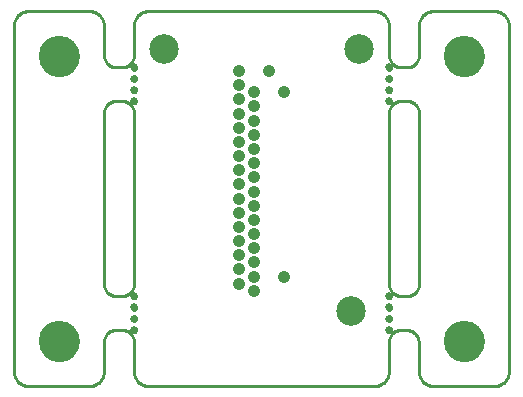
<source format=gbr>
G04 EAGLE Gerber RS-274X export*
G75*
%MOIN*%
%FSLAX34Y34*%
%LPD*%
%INSoldermask Bottom*%
%IPPOS*%
%AMOC8*
5,1,8,0,0,1.08239X$1,22.5*%
G01*
%ADD10C,0.025000*%
%ADD11C,0.135000*%
%ADD12C,0.098425*%
%ADD13C,0.042000*%
%ADD14C,0.010000*%


D10*
X4500Y-8625D03*
X4500Y-7500D03*
X4500Y-7875D03*
X4500Y-8250D03*
D11*
X7000Y-9000D03*
D10*
X4500Y-1000D03*
X4500Y125D03*
X4500Y-250D03*
X4500Y-625D03*
X-4000Y-1000D03*
X-4000Y125D03*
X-4000Y-250D03*
X-4000Y-625D03*
X-4000Y-8625D03*
X-4000Y-7500D03*
X-4000Y-7875D03*
X-4000Y-8250D03*
D11*
X7000Y500D03*
X-6500Y500D03*
X-6500Y-9000D03*
D12*
X3500Y750D03*
X3250Y-8000D03*
D13*
X-500Y-1890D03*
X-500Y-2362D03*
X-500Y-3780D03*
X-500Y-4252D03*
X-500Y-6614D03*
X-500Y-7087D03*
X0Y-3071D03*
X0Y-2598D03*
X0Y-7323D03*
X0Y-6850D03*
X0Y-6378D03*
X-500Y-5669D03*
X-500Y-6142D03*
X1000Y-6850D03*
X500Y0D03*
X0Y-2126D03*
X0Y-1654D03*
X0Y-1181D03*
X0Y-709D03*
X0Y-5906D03*
X0Y-5433D03*
X0Y-4961D03*
X0Y-4488D03*
X0Y-4016D03*
X0Y-3543D03*
X1000Y-709D03*
X-500Y0D03*
X-500Y-472D03*
X-500Y-945D03*
X-500Y-1417D03*
X-500Y-2835D03*
X-500Y-3307D03*
X-500Y-4724D03*
X-500Y-5197D03*
D12*
X-3000Y750D03*
D14*
X-8000Y-10000D02*
X-7998Y-10044D01*
X-7992Y-10087D01*
X-7983Y-10129D01*
X-7970Y-10171D01*
X-7953Y-10211D01*
X-7933Y-10250D01*
X-7910Y-10287D01*
X-7883Y-10321D01*
X-7854Y-10354D01*
X-7821Y-10383D01*
X-7787Y-10410D01*
X-7750Y-10433D01*
X-7711Y-10453D01*
X-7671Y-10470D01*
X-7629Y-10483D01*
X-7587Y-10492D01*
X-7544Y-10498D01*
X-7500Y-10500D01*
X-5500Y-10500D01*
X-5456Y-10498D01*
X-5413Y-10492D01*
X-5371Y-10483D01*
X-5329Y-10470D01*
X-5289Y-10453D01*
X-5250Y-10433D01*
X-5213Y-10410D01*
X-5179Y-10383D01*
X-5146Y-10354D01*
X-5117Y-10321D01*
X-5090Y-10287D01*
X-5067Y-10250D01*
X-5047Y-10211D01*
X-5030Y-10171D01*
X-5017Y-10129D01*
X-5008Y-10087D01*
X-5002Y-10044D01*
X-5000Y-10000D01*
X-5000Y-9025D01*
X-4998Y-8990D01*
X-4994Y-8956D01*
X-4986Y-8921D01*
X-4976Y-8888D01*
X-4963Y-8856D01*
X-4946Y-8825D01*
X-4928Y-8796D01*
X-4906Y-8768D01*
X-4883Y-8742D01*
X-4857Y-8719D01*
X-4829Y-8697D01*
X-4800Y-8679D01*
X-4769Y-8662D01*
X-4737Y-8649D01*
X-4704Y-8639D01*
X-4669Y-8631D01*
X-4635Y-8627D01*
X-4600Y-8625D01*
X-4400Y-8625D01*
X-4365Y-8627D01*
X-4331Y-8631D01*
X-4296Y-8639D01*
X-4263Y-8649D01*
X-4231Y-8662D01*
X-4200Y-8679D01*
X-4171Y-8697D01*
X-4143Y-8719D01*
X-4117Y-8742D01*
X-4094Y-8768D01*
X-4072Y-8796D01*
X-4054Y-8825D01*
X-4037Y-8856D01*
X-4024Y-8888D01*
X-4014Y-8921D01*
X-4006Y-8956D01*
X-4002Y-8990D01*
X-4000Y-9025D01*
X-4000Y-10000D01*
X-3998Y-10044D01*
X-3992Y-10087D01*
X-3983Y-10129D01*
X-3970Y-10171D01*
X-3953Y-10211D01*
X-3933Y-10250D01*
X-3910Y-10287D01*
X-3883Y-10321D01*
X-3854Y-10354D01*
X-3821Y-10383D01*
X-3787Y-10410D01*
X-3750Y-10433D01*
X-3711Y-10453D01*
X-3671Y-10470D01*
X-3629Y-10483D01*
X-3587Y-10492D01*
X-3544Y-10498D01*
X-3500Y-10500D01*
X4000Y-10500D01*
X4044Y-10498D01*
X4087Y-10492D01*
X4129Y-10483D01*
X4171Y-10470D01*
X4211Y-10453D01*
X4250Y-10433D01*
X4287Y-10410D01*
X4321Y-10383D01*
X4354Y-10354D01*
X4383Y-10321D01*
X4410Y-10287D01*
X4433Y-10250D01*
X4453Y-10211D01*
X4470Y-10171D01*
X4483Y-10129D01*
X4492Y-10087D01*
X4498Y-10044D01*
X4500Y-10000D01*
X4500Y-9025D01*
X4502Y-8990D01*
X4506Y-8956D01*
X4514Y-8921D01*
X4524Y-8888D01*
X4537Y-8856D01*
X4554Y-8825D01*
X4572Y-8796D01*
X4594Y-8768D01*
X4617Y-8742D01*
X4643Y-8719D01*
X4671Y-8697D01*
X4700Y-8679D01*
X4731Y-8662D01*
X4763Y-8649D01*
X4796Y-8639D01*
X4831Y-8631D01*
X4865Y-8627D01*
X4900Y-8625D01*
X5100Y-8625D01*
X5140Y-8632D01*
X5179Y-8643D01*
X5218Y-8657D01*
X5254Y-8674D01*
X5290Y-8695D01*
X5323Y-8718D01*
X5354Y-8744D01*
X5383Y-8773D01*
X5409Y-8805D01*
X5432Y-8838D01*
X5452Y-8873D01*
X5469Y-8910D01*
X5483Y-8949D01*
X5493Y-8988D01*
X5500Y-9028D01*
X5504Y-9069D01*
X5504Y-9109D01*
X5500Y-9150D01*
X5500Y-10000D01*
X5502Y-10044D01*
X5508Y-10087D01*
X5517Y-10129D01*
X5530Y-10171D01*
X5547Y-10211D01*
X5567Y-10250D01*
X5590Y-10287D01*
X5617Y-10321D01*
X5646Y-10354D01*
X5679Y-10383D01*
X5713Y-10410D01*
X5750Y-10433D01*
X5789Y-10453D01*
X5829Y-10470D01*
X5871Y-10483D01*
X5913Y-10492D01*
X5956Y-10498D01*
X6000Y-10500D01*
X8000Y-10500D01*
X8044Y-10498D01*
X8087Y-10492D01*
X8129Y-10483D01*
X8171Y-10470D01*
X8211Y-10453D01*
X8250Y-10433D01*
X8287Y-10410D01*
X8321Y-10383D01*
X8354Y-10354D01*
X8383Y-10321D01*
X8410Y-10287D01*
X8433Y-10250D01*
X8453Y-10211D01*
X8470Y-10171D01*
X8483Y-10129D01*
X8492Y-10087D01*
X8498Y-10044D01*
X8500Y-10000D01*
X8500Y1500D01*
X8498Y1544D01*
X8492Y1587D01*
X8483Y1629D01*
X8470Y1671D01*
X8453Y1711D01*
X8433Y1750D01*
X8410Y1787D01*
X8383Y1821D01*
X8354Y1854D01*
X8321Y1883D01*
X8287Y1910D01*
X8250Y1933D01*
X8211Y1953D01*
X8171Y1970D01*
X8129Y1983D01*
X8087Y1992D01*
X8044Y1998D01*
X8000Y2000D01*
X6000Y2000D01*
X5956Y1998D01*
X5913Y1992D01*
X5871Y1983D01*
X5829Y1970D01*
X5789Y1953D01*
X5750Y1933D01*
X5713Y1910D01*
X5679Y1883D01*
X5646Y1854D01*
X5617Y1821D01*
X5590Y1787D01*
X5567Y1750D01*
X5547Y1711D01*
X5530Y1671D01*
X5517Y1629D01*
X5508Y1587D01*
X5502Y1544D01*
X5500Y1500D01*
X5500Y525D01*
X5498Y490D01*
X5494Y456D01*
X5486Y421D01*
X5476Y388D01*
X5463Y356D01*
X5446Y325D01*
X5428Y296D01*
X5406Y268D01*
X5383Y242D01*
X5357Y219D01*
X5329Y197D01*
X5300Y179D01*
X5269Y162D01*
X5237Y149D01*
X5204Y139D01*
X5169Y131D01*
X5135Y127D01*
X5100Y125D01*
X4900Y125D01*
X4865Y127D01*
X4831Y131D01*
X4796Y139D01*
X4763Y149D01*
X4731Y162D01*
X4700Y179D01*
X4671Y197D01*
X4643Y219D01*
X4617Y242D01*
X4594Y268D01*
X4572Y296D01*
X4554Y325D01*
X4537Y356D01*
X4524Y388D01*
X4514Y421D01*
X4506Y456D01*
X4502Y490D01*
X4500Y525D01*
X4500Y1500D01*
X4498Y1544D01*
X4492Y1587D01*
X4483Y1629D01*
X4470Y1671D01*
X4453Y1711D01*
X4433Y1750D01*
X4410Y1787D01*
X4383Y1821D01*
X4354Y1854D01*
X4321Y1883D01*
X4287Y1910D01*
X4250Y1933D01*
X4211Y1953D01*
X4171Y1970D01*
X4129Y1983D01*
X4087Y1992D01*
X4044Y1998D01*
X4000Y2000D01*
X-3500Y2000D01*
X-3544Y1998D01*
X-3587Y1992D01*
X-3629Y1983D01*
X-3671Y1970D01*
X-3711Y1953D01*
X-3750Y1933D01*
X-3787Y1910D01*
X-3821Y1883D01*
X-3854Y1854D01*
X-3883Y1821D01*
X-3910Y1787D01*
X-3933Y1750D01*
X-3953Y1711D01*
X-3970Y1671D01*
X-3983Y1629D01*
X-3992Y1587D01*
X-3998Y1544D01*
X-4000Y1500D01*
X-4000Y525D01*
X-4002Y490D01*
X-4006Y456D01*
X-4014Y421D01*
X-4024Y388D01*
X-4037Y356D01*
X-4054Y325D01*
X-4072Y296D01*
X-4094Y268D01*
X-4117Y242D01*
X-4143Y219D01*
X-4171Y197D01*
X-4200Y179D01*
X-4231Y162D01*
X-4263Y149D01*
X-4296Y139D01*
X-4331Y131D01*
X-4365Y127D01*
X-4400Y125D01*
X-4600Y125D01*
X-4635Y127D01*
X-4669Y131D01*
X-4704Y139D01*
X-4737Y149D01*
X-4769Y162D01*
X-4800Y179D01*
X-4829Y197D01*
X-4857Y219D01*
X-4883Y242D01*
X-4906Y268D01*
X-4928Y296D01*
X-4946Y325D01*
X-4963Y356D01*
X-4976Y388D01*
X-4986Y421D01*
X-4994Y456D01*
X-4998Y490D01*
X-5000Y525D01*
X-5000Y1500D01*
X-5002Y1544D01*
X-5008Y1587D01*
X-5017Y1629D01*
X-5030Y1671D01*
X-5047Y1711D01*
X-5067Y1750D01*
X-5090Y1787D01*
X-5117Y1821D01*
X-5146Y1854D01*
X-5179Y1883D01*
X-5213Y1910D01*
X-5250Y1933D01*
X-5289Y1953D01*
X-5329Y1970D01*
X-5371Y1983D01*
X-5413Y1992D01*
X-5456Y1998D01*
X-5500Y2000D01*
X-7500Y2000D01*
X-7544Y1998D01*
X-7587Y1992D01*
X-7629Y1983D01*
X-7671Y1970D01*
X-7711Y1953D01*
X-7750Y1933D01*
X-7787Y1910D01*
X-7821Y1883D01*
X-7854Y1854D01*
X-7883Y1821D01*
X-7910Y1787D01*
X-7933Y1750D01*
X-7953Y1711D01*
X-7970Y1671D01*
X-7983Y1629D01*
X-7992Y1587D01*
X-7998Y1544D01*
X-8000Y1500D01*
X-8000Y-10000D01*
X4500Y-7100D02*
X4502Y-7135D01*
X4506Y-7169D01*
X4514Y-7204D01*
X4524Y-7237D01*
X4537Y-7269D01*
X4554Y-7300D01*
X4572Y-7329D01*
X4594Y-7357D01*
X4617Y-7383D01*
X4643Y-7406D01*
X4671Y-7428D01*
X4700Y-7446D01*
X4731Y-7463D01*
X4763Y-7476D01*
X4796Y-7486D01*
X4831Y-7494D01*
X4865Y-7498D01*
X4900Y-7500D01*
X5100Y-7500D01*
X5135Y-7498D01*
X5169Y-7494D01*
X5204Y-7486D01*
X5237Y-7476D01*
X5269Y-7463D01*
X5300Y-7446D01*
X5329Y-7428D01*
X5357Y-7406D01*
X5383Y-7383D01*
X5406Y-7357D01*
X5428Y-7329D01*
X5446Y-7300D01*
X5463Y-7269D01*
X5476Y-7237D01*
X5486Y-7204D01*
X5494Y-7169D01*
X5498Y-7135D01*
X5500Y-7100D01*
X5500Y-1400D01*
X5498Y-1365D01*
X5494Y-1331D01*
X5486Y-1296D01*
X5476Y-1263D01*
X5463Y-1231D01*
X5446Y-1200D01*
X5428Y-1171D01*
X5406Y-1143D01*
X5383Y-1117D01*
X5357Y-1094D01*
X5329Y-1072D01*
X5300Y-1054D01*
X5269Y-1037D01*
X5237Y-1024D01*
X5204Y-1014D01*
X5169Y-1006D01*
X5135Y-1002D01*
X5100Y-1000D01*
X4900Y-1000D01*
X4865Y-1002D01*
X4831Y-1006D01*
X4796Y-1014D01*
X4763Y-1024D01*
X4731Y-1037D01*
X4700Y-1054D01*
X4671Y-1072D01*
X4643Y-1094D01*
X4617Y-1117D01*
X4594Y-1143D01*
X4572Y-1171D01*
X4554Y-1200D01*
X4537Y-1231D01*
X4524Y-1263D01*
X4514Y-1296D01*
X4506Y-1331D01*
X4502Y-1365D01*
X4500Y-1400D01*
X4500Y-7100D01*
X-5000Y-7100D02*
X-4998Y-7135D01*
X-4994Y-7169D01*
X-4986Y-7204D01*
X-4976Y-7237D01*
X-4963Y-7269D01*
X-4946Y-7300D01*
X-4928Y-7329D01*
X-4906Y-7357D01*
X-4883Y-7383D01*
X-4857Y-7406D01*
X-4829Y-7428D01*
X-4800Y-7446D01*
X-4769Y-7463D01*
X-4737Y-7476D01*
X-4704Y-7486D01*
X-4669Y-7494D01*
X-4635Y-7498D01*
X-4600Y-7500D01*
X-4400Y-7500D01*
X-4365Y-7498D01*
X-4331Y-7494D01*
X-4296Y-7486D01*
X-4263Y-7476D01*
X-4231Y-7463D01*
X-4200Y-7446D01*
X-4171Y-7428D01*
X-4143Y-7406D01*
X-4117Y-7383D01*
X-4094Y-7357D01*
X-4072Y-7329D01*
X-4054Y-7300D01*
X-4037Y-7269D01*
X-4024Y-7237D01*
X-4014Y-7204D01*
X-4006Y-7169D01*
X-4002Y-7135D01*
X-4000Y-7100D01*
X-4000Y-1400D01*
X-4002Y-1365D01*
X-4006Y-1331D01*
X-4014Y-1296D01*
X-4024Y-1263D01*
X-4037Y-1231D01*
X-4054Y-1200D01*
X-4072Y-1171D01*
X-4094Y-1143D01*
X-4117Y-1117D01*
X-4143Y-1094D01*
X-4171Y-1072D01*
X-4200Y-1054D01*
X-4231Y-1037D01*
X-4263Y-1024D01*
X-4296Y-1014D01*
X-4331Y-1006D01*
X-4365Y-1002D01*
X-4400Y-1000D01*
X-4600Y-1000D01*
X-4635Y-1002D01*
X-4669Y-1006D01*
X-4704Y-1014D01*
X-4737Y-1024D01*
X-4769Y-1037D01*
X-4800Y-1054D01*
X-4829Y-1072D01*
X-4857Y-1094D01*
X-4883Y-1117D01*
X-4906Y-1143D01*
X-4928Y-1171D01*
X-4946Y-1200D01*
X-4963Y-1231D01*
X-4976Y-1263D01*
X-4986Y-1296D01*
X-4994Y-1331D01*
X-4998Y-1365D01*
X-5000Y-1400D01*
X-5000Y-7100D01*
X4575Y-8632D02*
X4572Y-8647D01*
X4566Y-8661D01*
X4558Y-8673D01*
X4548Y-8683D01*
X4536Y-8691D01*
X4522Y-8697D01*
X4507Y-8700D01*
X4493Y-8700D01*
X4478Y-8697D01*
X4464Y-8691D01*
X4452Y-8683D01*
X4442Y-8673D01*
X4434Y-8661D01*
X4428Y-8647D01*
X4425Y-8632D01*
X4425Y-8618D01*
X4428Y-8603D01*
X4434Y-8589D01*
X4442Y-8577D01*
X4452Y-8567D01*
X4464Y-8559D01*
X4478Y-8553D01*
X4493Y-8550D01*
X4507Y-8550D01*
X4522Y-8553D01*
X4536Y-8559D01*
X4548Y-8567D01*
X4558Y-8577D01*
X4566Y-8589D01*
X4572Y-8603D01*
X4575Y-8618D01*
X4575Y-8632D01*
X4575Y-7507D02*
X4572Y-7522D01*
X4566Y-7536D01*
X4558Y-7548D01*
X4548Y-7558D01*
X4536Y-7566D01*
X4522Y-7572D01*
X4507Y-7575D01*
X4493Y-7575D01*
X4478Y-7572D01*
X4464Y-7566D01*
X4452Y-7558D01*
X4442Y-7548D01*
X4434Y-7536D01*
X4428Y-7522D01*
X4425Y-7507D01*
X4425Y-7493D01*
X4428Y-7478D01*
X4434Y-7464D01*
X4442Y-7452D01*
X4452Y-7442D01*
X4464Y-7434D01*
X4478Y-7428D01*
X4493Y-7425D01*
X4507Y-7425D01*
X4522Y-7428D01*
X4536Y-7434D01*
X4548Y-7442D01*
X4558Y-7452D01*
X4566Y-7464D01*
X4572Y-7478D01*
X4575Y-7493D01*
X4575Y-7507D01*
X4575Y-7882D02*
X4572Y-7897D01*
X4566Y-7911D01*
X4558Y-7923D01*
X4548Y-7933D01*
X4536Y-7941D01*
X4522Y-7947D01*
X4507Y-7950D01*
X4493Y-7950D01*
X4478Y-7947D01*
X4464Y-7941D01*
X4452Y-7933D01*
X4442Y-7923D01*
X4434Y-7911D01*
X4428Y-7897D01*
X4425Y-7882D01*
X4425Y-7868D01*
X4428Y-7853D01*
X4434Y-7839D01*
X4442Y-7827D01*
X4452Y-7817D01*
X4464Y-7809D01*
X4478Y-7803D01*
X4493Y-7800D01*
X4507Y-7800D01*
X4522Y-7803D01*
X4536Y-7809D01*
X4548Y-7817D01*
X4558Y-7827D01*
X4566Y-7839D01*
X4572Y-7853D01*
X4575Y-7868D01*
X4575Y-7882D01*
X4575Y-8257D02*
X4572Y-8272D01*
X4566Y-8286D01*
X4558Y-8298D01*
X4548Y-8308D01*
X4536Y-8316D01*
X4522Y-8322D01*
X4507Y-8325D01*
X4493Y-8325D01*
X4478Y-8322D01*
X4464Y-8316D01*
X4452Y-8308D01*
X4442Y-8298D01*
X4434Y-8286D01*
X4428Y-8272D01*
X4425Y-8257D01*
X4425Y-8243D01*
X4428Y-8228D01*
X4434Y-8214D01*
X4442Y-8202D01*
X4452Y-8192D01*
X4464Y-8184D01*
X4478Y-8178D01*
X4493Y-8175D01*
X4507Y-8175D01*
X4522Y-8178D01*
X4536Y-8184D01*
X4548Y-8192D01*
X4558Y-8202D01*
X4566Y-8214D01*
X4572Y-8228D01*
X4575Y-8243D01*
X4575Y-8257D01*
X7625Y-9020D02*
X7622Y-9061D01*
X7617Y-9102D01*
X7609Y-9142D01*
X7598Y-9182D01*
X7585Y-9220D01*
X7570Y-9258D01*
X7551Y-9295D01*
X7531Y-9330D01*
X7508Y-9364D01*
X7483Y-9397D01*
X7456Y-9427D01*
X7427Y-9456D01*
X7397Y-9483D01*
X7364Y-9508D01*
X7330Y-9531D01*
X7295Y-9551D01*
X7258Y-9570D01*
X7220Y-9585D01*
X7182Y-9598D01*
X7142Y-9609D01*
X7102Y-9617D01*
X7061Y-9622D01*
X7020Y-9625D01*
X6980Y-9625D01*
X6939Y-9622D01*
X6898Y-9617D01*
X6858Y-9609D01*
X6818Y-9598D01*
X6780Y-9585D01*
X6742Y-9570D01*
X6705Y-9551D01*
X6670Y-9531D01*
X6636Y-9508D01*
X6603Y-9483D01*
X6573Y-9456D01*
X6544Y-9427D01*
X6517Y-9397D01*
X6492Y-9364D01*
X6469Y-9330D01*
X6449Y-9295D01*
X6430Y-9258D01*
X6415Y-9220D01*
X6402Y-9182D01*
X6391Y-9142D01*
X6383Y-9102D01*
X6378Y-9061D01*
X6375Y-9020D01*
X6375Y-8980D01*
X6378Y-8939D01*
X6383Y-8898D01*
X6391Y-8858D01*
X6402Y-8818D01*
X6415Y-8780D01*
X6430Y-8742D01*
X6449Y-8705D01*
X6469Y-8670D01*
X6492Y-8636D01*
X6517Y-8603D01*
X6544Y-8573D01*
X6573Y-8544D01*
X6603Y-8517D01*
X6636Y-8492D01*
X6670Y-8469D01*
X6705Y-8449D01*
X6742Y-8430D01*
X6780Y-8415D01*
X6818Y-8402D01*
X6858Y-8391D01*
X6898Y-8383D01*
X6939Y-8378D01*
X6980Y-8375D01*
X7020Y-8375D01*
X7061Y-8378D01*
X7102Y-8383D01*
X7142Y-8391D01*
X7182Y-8402D01*
X7220Y-8415D01*
X7258Y-8430D01*
X7295Y-8449D01*
X7330Y-8469D01*
X7364Y-8492D01*
X7397Y-8517D01*
X7427Y-8544D01*
X7456Y-8573D01*
X7483Y-8603D01*
X7508Y-8636D01*
X7531Y-8670D01*
X7551Y-8705D01*
X7570Y-8742D01*
X7585Y-8780D01*
X7598Y-8818D01*
X7609Y-8858D01*
X7617Y-8898D01*
X7622Y-8939D01*
X7625Y-8980D01*
X7625Y-9020D01*
X4575Y-1007D02*
X4572Y-1022D01*
X4566Y-1036D01*
X4558Y-1048D01*
X4548Y-1058D01*
X4536Y-1066D01*
X4522Y-1072D01*
X4507Y-1075D01*
X4493Y-1075D01*
X4478Y-1072D01*
X4464Y-1066D01*
X4452Y-1058D01*
X4442Y-1048D01*
X4434Y-1036D01*
X4428Y-1022D01*
X4425Y-1007D01*
X4425Y-993D01*
X4428Y-978D01*
X4434Y-964D01*
X4442Y-952D01*
X4452Y-942D01*
X4464Y-934D01*
X4478Y-928D01*
X4493Y-925D01*
X4507Y-925D01*
X4522Y-928D01*
X4536Y-934D01*
X4548Y-942D01*
X4558Y-952D01*
X4566Y-964D01*
X4572Y-978D01*
X4575Y-993D01*
X4575Y-1007D01*
X4575Y118D02*
X4572Y103D01*
X4566Y89D01*
X4558Y77D01*
X4548Y67D01*
X4536Y59D01*
X4522Y53D01*
X4507Y50D01*
X4493Y50D01*
X4478Y53D01*
X4464Y59D01*
X4452Y67D01*
X4442Y77D01*
X4434Y89D01*
X4428Y103D01*
X4425Y118D01*
X4425Y132D01*
X4428Y147D01*
X4434Y161D01*
X4442Y173D01*
X4452Y183D01*
X4464Y191D01*
X4478Y197D01*
X4493Y200D01*
X4507Y200D01*
X4522Y197D01*
X4536Y191D01*
X4548Y183D01*
X4558Y173D01*
X4566Y161D01*
X4572Y147D01*
X4575Y132D01*
X4575Y118D01*
X4575Y-257D02*
X4572Y-272D01*
X4566Y-286D01*
X4558Y-298D01*
X4548Y-308D01*
X4536Y-316D01*
X4522Y-322D01*
X4507Y-325D01*
X4493Y-325D01*
X4478Y-322D01*
X4464Y-316D01*
X4452Y-308D01*
X4442Y-298D01*
X4434Y-286D01*
X4428Y-272D01*
X4425Y-257D01*
X4425Y-243D01*
X4428Y-228D01*
X4434Y-214D01*
X4442Y-202D01*
X4452Y-192D01*
X4464Y-184D01*
X4478Y-178D01*
X4493Y-175D01*
X4507Y-175D01*
X4522Y-178D01*
X4536Y-184D01*
X4548Y-192D01*
X4558Y-202D01*
X4566Y-214D01*
X4572Y-228D01*
X4575Y-243D01*
X4575Y-257D01*
X4575Y-632D02*
X4572Y-647D01*
X4566Y-661D01*
X4558Y-673D01*
X4548Y-683D01*
X4536Y-691D01*
X4522Y-697D01*
X4507Y-700D01*
X4493Y-700D01*
X4478Y-697D01*
X4464Y-691D01*
X4452Y-683D01*
X4442Y-673D01*
X4434Y-661D01*
X4428Y-647D01*
X4425Y-632D01*
X4425Y-618D01*
X4428Y-603D01*
X4434Y-589D01*
X4442Y-577D01*
X4452Y-567D01*
X4464Y-559D01*
X4478Y-553D01*
X4493Y-550D01*
X4507Y-550D01*
X4522Y-553D01*
X4536Y-559D01*
X4548Y-567D01*
X4558Y-577D01*
X4566Y-589D01*
X4572Y-603D01*
X4575Y-618D01*
X4575Y-632D01*
X-3925Y-1007D02*
X-3928Y-1022D01*
X-3934Y-1036D01*
X-3942Y-1048D01*
X-3952Y-1058D01*
X-3964Y-1066D01*
X-3978Y-1072D01*
X-3993Y-1075D01*
X-4007Y-1075D01*
X-4022Y-1072D01*
X-4036Y-1066D01*
X-4048Y-1058D01*
X-4058Y-1048D01*
X-4066Y-1036D01*
X-4072Y-1022D01*
X-4075Y-1007D01*
X-4075Y-993D01*
X-4072Y-978D01*
X-4066Y-964D01*
X-4058Y-952D01*
X-4048Y-942D01*
X-4036Y-934D01*
X-4022Y-928D01*
X-4007Y-925D01*
X-3993Y-925D01*
X-3978Y-928D01*
X-3964Y-934D01*
X-3952Y-942D01*
X-3942Y-952D01*
X-3934Y-964D01*
X-3928Y-978D01*
X-3925Y-993D01*
X-3925Y-1007D01*
X-3925Y118D02*
X-3928Y103D01*
X-3934Y89D01*
X-3942Y77D01*
X-3952Y67D01*
X-3964Y59D01*
X-3978Y53D01*
X-3993Y50D01*
X-4007Y50D01*
X-4022Y53D01*
X-4036Y59D01*
X-4048Y67D01*
X-4058Y77D01*
X-4066Y89D01*
X-4072Y103D01*
X-4075Y118D01*
X-4075Y132D01*
X-4072Y147D01*
X-4066Y161D01*
X-4058Y173D01*
X-4048Y183D01*
X-4036Y191D01*
X-4022Y197D01*
X-4007Y200D01*
X-3993Y200D01*
X-3978Y197D01*
X-3964Y191D01*
X-3952Y183D01*
X-3942Y173D01*
X-3934Y161D01*
X-3928Y147D01*
X-3925Y132D01*
X-3925Y118D01*
X-3925Y-257D02*
X-3928Y-272D01*
X-3934Y-286D01*
X-3942Y-298D01*
X-3952Y-308D01*
X-3964Y-316D01*
X-3978Y-322D01*
X-3993Y-325D01*
X-4007Y-325D01*
X-4022Y-322D01*
X-4036Y-316D01*
X-4048Y-308D01*
X-4058Y-298D01*
X-4066Y-286D01*
X-4072Y-272D01*
X-4075Y-257D01*
X-4075Y-243D01*
X-4072Y-228D01*
X-4066Y-214D01*
X-4058Y-202D01*
X-4048Y-192D01*
X-4036Y-184D01*
X-4022Y-178D01*
X-4007Y-175D01*
X-3993Y-175D01*
X-3978Y-178D01*
X-3964Y-184D01*
X-3952Y-192D01*
X-3942Y-202D01*
X-3934Y-214D01*
X-3928Y-228D01*
X-3925Y-243D01*
X-3925Y-257D01*
X-3925Y-632D02*
X-3928Y-647D01*
X-3934Y-661D01*
X-3942Y-673D01*
X-3952Y-683D01*
X-3964Y-691D01*
X-3978Y-697D01*
X-3993Y-700D01*
X-4007Y-700D01*
X-4022Y-697D01*
X-4036Y-691D01*
X-4048Y-683D01*
X-4058Y-673D01*
X-4066Y-661D01*
X-4072Y-647D01*
X-4075Y-632D01*
X-4075Y-618D01*
X-4072Y-603D01*
X-4066Y-589D01*
X-4058Y-577D01*
X-4048Y-567D01*
X-4036Y-559D01*
X-4022Y-553D01*
X-4007Y-550D01*
X-3993Y-550D01*
X-3978Y-553D01*
X-3964Y-559D01*
X-3952Y-567D01*
X-3942Y-577D01*
X-3934Y-589D01*
X-3928Y-603D01*
X-3925Y-618D01*
X-3925Y-632D01*
X-3925Y-8632D02*
X-3928Y-8647D01*
X-3934Y-8661D01*
X-3942Y-8673D01*
X-3952Y-8683D01*
X-3964Y-8691D01*
X-3978Y-8697D01*
X-3993Y-8700D01*
X-4007Y-8700D01*
X-4022Y-8697D01*
X-4036Y-8691D01*
X-4048Y-8683D01*
X-4058Y-8673D01*
X-4066Y-8661D01*
X-4072Y-8647D01*
X-4075Y-8632D01*
X-4075Y-8618D01*
X-4072Y-8603D01*
X-4066Y-8589D01*
X-4058Y-8577D01*
X-4048Y-8567D01*
X-4036Y-8559D01*
X-4022Y-8553D01*
X-4007Y-8550D01*
X-3993Y-8550D01*
X-3978Y-8553D01*
X-3964Y-8559D01*
X-3952Y-8567D01*
X-3942Y-8577D01*
X-3934Y-8589D01*
X-3928Y-8603D01*
X-3925Y-8618D01*
X-3925Y-8632D01*
X-3925Y-7507D02*
X-3928Y-7522D01*
X-3934Y-7536D01*
X-3942Y-7548D01*
X-3952Y-7558D01*
X-3964Y-7566D01*
X-3978Y-7572D01*
X-3993Y-7575D01*
X-4007Y-7575D01*
X-4022Y-7572D01*
X-4036Y-7566D01*
X-4048Y-7558D01*
X-4058Y-7548D01*
X-4066Y-7536D01*
X-4072Y-7522D01*
X-4075Y-7507D01*
X-4075Y-7493D01*
X-4072Y-7478D01*
X-4066Y-7464D01*
X-4058Y-7452D01*
X-4048Y-7442D01*
X-4036Y-7434D01*
X-4022Y-7428D01*
X-4007Y-7425D01*
X-3993Y-7425D01*
X-3978Y-7428D01*
X-3964Y-7434D01*
X-3952Y-7442D01*
X-3942Y-7452D01*
X-3934Y-7464D01*
X-3928Y-7478D01*
X-3925Y-7493D01*
X-3925Y-7507D01*
X-3925Y-7882D02*
X-3928Y-7897D01*
X-3934Y-7911D01*
X-3942Y-7923D01*
X-3952Y-7933D01*
X-3964Y-7941D01*
X-3978Y-7947D01*
X-3993Y-7950D01*
X-4007Y-7950D01*
X-4022Y-7947D01*
X-4036Y-7941D01*
X-4048Y-7933D01*
X-4058Y-7923D01*
X-4066Y-7911D01*
X-4072Y-7897D01*
X-4075Y-7882D01*
X-4075Y-7868D01*
X-4072Y-7853D01*
X-4066Y-7839D01*
X-4058Y-7827D01*
X-4048Y-7817D01*
X-4036Y-7809D01*
X-4022Y-7803D01*
X-4007Y-7800D01*
X-3993Y-7800D01*
X-3978Y-7803D01*
X-3964Y-7809D01*
X-3952Y-7817D01*
X-3942Y-7827D01*
X-3934Y-7839D01*
X-3928Y-7853D01*
X-3925Y-7868D01*
X-3925Y-7882D01*
X-3925Y-8257D02*
X-3928Y-8272D01*
X-3934Y-8286D01*
X-3942Y-8298D01*
X-3952Y-8308D01*
X-3964Y-8316D01*
X-3978Y-8322D01*
X-3993Y-8325D01*
X-4007Y-8325D01*
X-4022Y-8322D01*
X-4036Y-8316D01*
X-4048Y-8308D01*
X-4058Y-8298D01*
X-4066Y-8286D01*
X-4072Y-8272D01*
X-4075Y-8257D01*
X-4075Y-8243D01*
X-4072Y-8228D01*
X-4066Y-8214D01*
X-4058Y-8202D01*
X-4048Y-8192D01*
X-4036Y-8184D01*
X-4022Y-8178D01*
X-4007Y-8175D01*
X-3993Y-8175D01*
X-3978Y-8178D01*
X-3964Y-8184D01*
X-3952Y-8192D01*
X-3942Y-8202D01*
X-3934Y-8214D01*
X-3928Y-8228D01*
X-3925Y-8243D01*
X-3925Y-8257D01*
X7625Y480D02*
X7622Y439D01*
X7617Y398D01*
X7609Y358D01*
X7598Y318D01*
X7585Y280D01*
X7570Y242D01*
X7551Y205D01*
X7531Y170D01*
X7508Y136D01*
X7483Y103D01*
X7456Y73D01*
X7427Y44D01*
X7397Y17D01*
X7364Y-8D01*
X7330Y-31D01*
X7295Y-51D01*
X7258Y-70D01*
X7220Y-85D01*
X7182Y-98D01*
X7142Y-109D01*
X7102Y-117D01*
X7061Y-122D01*
X7020Y-125D01*
X6980Y-125D01*
X6939Y-122D01*
X6898Y-117D01*
X6858Y-109D01*
X6818Y-98D01*
X6780Y-85D01*
X6742Y-70D01*
X6705Y-51D01*
X6670Y-31D01*
X6636Y-8D01*
X6603Y17D01*
X6573Y44D01*
X6544Y73D01*
X6517Y103D01*
X6492Y136D01*
X6469Y170D01*
X6449Y205D01*
X6430Y242D01*
X6415Y280D01*
X6402Y318D01*
X6391Y358D01*
X6383Y398D01*
X6378Y439D01*
X6375Y480D01*
X6375Y520D01*
X6378Y561D01*
X6383Y602D01*
X6391Y642D01*
X6402Y682D01*
X6415Y720D01*
X6430Y758D01*
X6449Y795D01*
X6469Y830D01*
X6492Y864D01*
X6517Y897D01*
X6544Y927D01*
X6573Y956D01*
X6603Y983D01*
X6636Y1008D01*
X6670Y1031D01*
X6705Y1051D01*
X6742Y1070D01*
X6780Y1085D01*
X6818Y1098D01*
X6858Y1109D01*
X6898Y1117D01*
X6939Y1122D01*
X6980Y1125D01*
X7020Y1125D01*
X7061Y1122D01*
X7102Y1117D01*
X7142Y1109D01*
X7182Y1098D01*
X7220Y1085D01*
X7258Y1070D01*
X7295Y1051D01*
X7330Y1031D01*
X7364Y1008D01*
X7397Y983D01*
X7427Y956D01*
X7456Y927D01*
X7483Y897D01*
X7508Y864D01*
X7531Y830D01*
X7551Y795D01*
X7570Y758D01*
X7585Y720D01*
X7598Y682D01*
X7609Y642D01*
X7617Y602D01*
X7622Y561D01*
X7625Y520D01*
X7625Y480D01*
X-5875Y480D02*
X-5878Y439D01*
X-5883Y398D01*
X-5891Y358D01*
X-5902Y318D01*
X-5915Y280D01*
X-5930Y242D01*
X-5949Y205D01*
X-5969Y170D01*
X-5992Y136D01*
X-6017Y103D01*
X-6044Y73D01*
X-6073Y44D01*
X-6103Y17D01*
X-6136Y-8D01*
X-6170Y-31D01*
X-6205Y-51D01*
X-6242Y-70D01*
X-6280Y-85D01*
X-6318Y-98D01*
X-6358Y-109D01*
X-6398Y-117D01*
X-6439Y-122D01*
X-6480Y-125D01*
X-6520Y-125D01*
X-6561Y-122D01*
X-6602Y-117D01*
X-6642Y-109D01*
X-6682Y-98D01*
X-6720Y-85D01*
X-6758Y-70D01*
X-6795Y-51D01*
X-6830Y-31D01*
X-6864Y-8D01*
X-6897Y17D01*
X-6927Y44D01*
X-6956Y73D01*
X-6983Y103D01*
X-7008Y136D01*
X-7031Y170D01*
X-7051Y205D01*
X-7070Y242D01*
X-7085Y280D01*
X-7098Y318D01*
X-7109Y358D01*
X-7117Y398D01*
X-7122Y439D01*
X-7125Y480D01*
X-7125Y520D01*
X-7122Y561D01*
X-7117Y602D01*
X-7109Y642D01*
X-7098Y682D01*
X-7085Y720D01*
X-7070Y758D01*
X-7051Y795D01*
X-7031Y830D01*
X-7008Y864D01*
X-6983Y897D01*
X-6956Y927D01*
X-6927Y956D01*
X-6897Y983D01*
X-6864Y1008D01*
X-6830Y1031D01*
X-6795Y1051D01*
X-6758Y1070D01*
X-6720Y1085D01*
X-6682Y1098D01*
X-6642Y1109D01*
X-6602Y1117D01*
X-6561Y1122D01*
X-6520Y1125D01*
X-6480Y1125D01*
X-6439Y1122D01*
X-6398Y1117D01*
X-6358Y1109D01*
X-6318Y1098D01*
X-6280Y1085D01*
X-6242Y1070D01*
X-6205Y1051D01*
X-6170Y1031D01*
X-6136Y1008D01*
X-6103Y983D01*
X-6073Y956D01*
X-6044Y927D01*
X-6017Y897D01*
X-5992Y864D01*
X-5969Y830D01*
X-5949Y795D01*
X-5930Y758D01*
X-5915Y720D01*
X-5902Y682D01*
X-5891Y642D01*
X-5883Y602D01*
X-5878Y561D01*
X-5875Y520D01*
X-5875Y480D01*
X-5875Y-9020D02*
X-5878Y-9061D01*
X-5883Y-9102D01*
X-5891Y-9142D01*
X-5902Y-9182D01*
X-5915Y-9220D01*
X-5930Y-9258D01*
X-5949Y-9295D01*
X-5969Y-9330D01*
X-5992Y-9364D01*
X-6017Y-9397D01*
X-6044Y-9427D01*
X-6073Y-9456D01*
X-6103Y-9483D01*
X-6136Y-9508D01*
X-6170Y-9531D01*
X-6205Y-9551D01*
X-6242Y-9570D01*
X-6280Y-9585D01*
X-6318Y-9598D01*
X-6358Y-9609D01*
X-6398Y-9617D01*
X-6439Y-9622D01*
X-6480Y-9625D01*
X-6520Y-9625D01*
X-6561Y-9622D01*
X-6602Y-9617D01*
X-6642Y-9609D01*
X-6682Y-9598D01*
X-6720Y-9585D01*
X-6758Y-9570D01*
X-6795Y-9551D01*
X-6830Y-9531D01*
X-6864Y-9508D01*
X-6897Y-9483D01*
X-6927Y-9456D01*
X-6956Y-9427D01*
X-6983Y-9397D01*
X-7008Y-9364D01*
X-7031Y-9330D01*
X-7051Y-9295D01*
X-7070Y-9258D01*
X-7085Y-9220D01*
X-7098Y-9182D01*
X-7109Y-9142D01*
X-7117Y-9102D01*
X-7122Y-9061D01*
X-7125Y-9020D01*
X-7125Y-8980D01*
X-7122Y-8939D01*
X-7117Y-8898D01*
X-7109Y-8858D01*
X-7098Y-8818D01*
X-7085Y-8780D01*
X-7070Y-8742D01*
X-7051Y-8705D01*
X-7031Y-8670D01*
X-7008Y-8636D01*
X-6983Y-8603D01*
X-6956Y-8573D01*
X-6927Y-8544D01*
X-6897Y-8517D01*
X-6864Y-8492D01*
X-6830Y-8469D01*
X-6795Y-8449D01*
X-6758Y-8430D01*
X-6720Y-8415D01*
X-6682Y-8402D01*
X-6642Y-8391D01*
X-6602Y-8383D01*
X-6561Y-8378D01*
X-6520Y-8375D01*
X-6480Y-8375D01*
X-6439Y-8378D01*
X-6398Y-8383D01*
X-6358Y-8391D01*
X-6318Y-8402D01*
X-6280Y-8415D01*
X-6242Y-8430D01*
X-6205Y-8449D01*
X-6170Y-8469D01*
X-6136Y-8492D01*
X-6103Y-8517D01*
X-6073Y-8544D01*
X-6044Y-8573D01*
X-6017Y-8603D01*
X-5992Y-8636D01*
X-5969Y-8670D01*
X-5949Y-8705D01*
X-5930Y-8742D01*
X-5915Y-8780D01*
X-5902Y-8818D01*
X-5891Y-8858D01*
X-5883Y-8898D01*
X-5878Y-8939D01*
X-5875Y-8980D01*
X-5875Y-9020D01*
M02*

</source>
